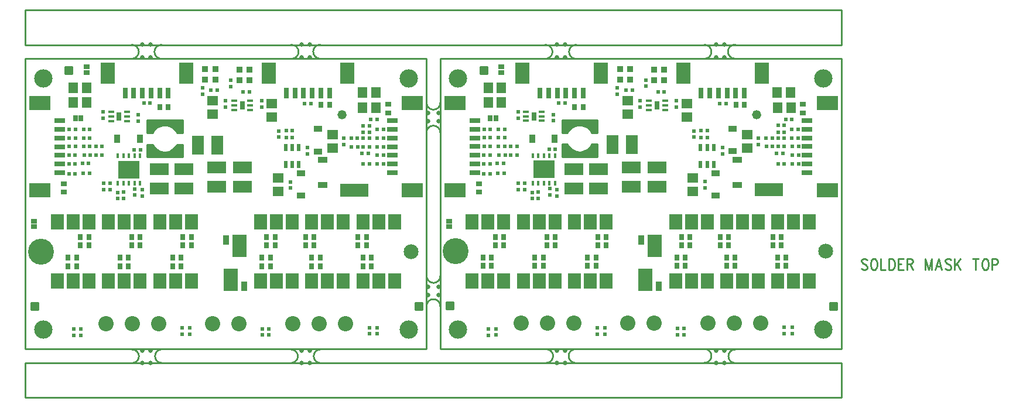
<source format=gbr>
*
%LPD*%
%LN2FOC-SMT*%
%FSLAX24Y24*%
%MOIN*%
%SRX1Y1I0.0J0.0*%
%AD*%
%ADD13C,0.010000*%
%ADD56C,0.009130*%
%ADD83C,0.104360*%
%ADD84R,0.026000X0.037000*%
%ADD85R,0.037000X0.026000*%
%ADD86C,0.042000*%
%ADD87C,0.147670*%
%ADD88C,0.084680*%
%ADD89R,0.023650X0.023650*%
%ADD90R,0.054000X0.062000*%
%ADD91R,0.162000X0.078000*%
%ADD92R,0.034000X0.034000*%
%ADD93R,0.081920X0.127200*%
%ADD94R,0.031920X0.057120*%
%ADD95R,0.077000X0.086000*%
%ADD96R,0.062000X0.054000*%
%ADD97R,0.033500X0.013810*%
%ADD98R,0.031530X0.049240*%
%ADD99R,0.108000X0.065000*%
%ADD100R,0.065000X0.108000*%
%ADD101R,0.021690X0.021690*%
%ADD102R,0.050030X0.037830*%
%ADD103R,0.037830X0.050030*%
%ADD104R,0.053180X0.037430*%
%ADD105R,0.017750X0.025620*%
%ADD106R,0.120110X0.104360*%
%ADD107R,0.022870X0.043340*%
%ADD108C,0.052000*%
%ADD109R,0.064990X0.029560*%
%ADD110R,0.120110X0.084680*%
%ADD111R,0.029560X0.064990*%
%ADD112R,0.084680X0.120110*%
%ADD113C,0.025620*%
%ADD114C,0.087000*%
G54D13*
G1X7949Y26153D2*
G1X8349Y26150D1*
G1X8349Y25753D1*
G1X7949Y25753D1*
G1X7949Y26153D1*
G1X27871Y12727D2*
G1X28271Y12725D1*
G1X28271Y12328D1*
G1X27871Y12328D1*
G1X27871Y12727D1*
G1X6020Y12747D2*
G1X6420Y12745D1*
G1X6420Y12347D1*
G1X6020Y12347D1*
G1X6020Y12747D1*
G1X7968Y25753D2*
G1X8349Y26134D1*
G1X8095Y25753D2*
G1X8349Y26007D1*
G1X8222Y25753D2*
G1X8349Y25880D1*
G1X7949Y25862D2*
G1X8238Y26151D1*
G1X7949Y25989D2*
G1X8112Y26152D1*
G1X7949Y26116D2*
G1X7985Y26152D1*
G1X27889Y12328D2*
G1X28271Y12709D1*
G1X28016Y12328D2*
G1X28271Y12582D1*
G1X28144Y12328D2*
G1X28271Y12455D1*
G1X27871Y12437D2*
G1X28160Y12726D1*
G1X27871Y12564D2*
G1X28033Y12726D1*
G1X27871Y12691D2*
G1X27907Y12727D1*
G1X6039Y12347D2*
G1X6420Y12729D1*
G1X6166Y12347D2*
G1X6420Y12602D1*
G1X6293Y12347D2*
G1X6420Y12474D1*
G1X6020Y12456D2*
G1X6309Y12745D1*
G1X6020Y12584D2*
G1X6183Y12746D1*
G1X6020Y12711D2*
G1X6056Y12747D1*
G1X5689Y10087D2*
G1X28523Y10087D1*
G1X28523Y26622D1*
G1X5689Y26622D1*
G1X5689Y10087D1*
G1X11729Y26620D2*
G75*
G3X11730Y27420I17J400D1*
G74*
G1X13453Y27415D2*
G75*
G3X13452Y26615I-17J-400D1*
G74*
G1X20824Y26616D2*
G75*
G3X20825Y27416I17J400D1*
G74*
G1X22490Y27422D2*
G75*
G3X22489Y26622I-17J-400D1*
G74*
G1X11751Y9287D2*
G75*
G3X11752Y10064I16J388D1*
G74*
G1X13473Y10075D2*
G75*
G3X13472Y9296I-16J-390D1*
G74*
G1X20797Y9292D2*
G75*
G3X20797Y10068I15J388D1*
G74*
G1X22505Y10071D2*
G75*
G3X22504Y9292I-16J-390D1*
G74*
G1X29305Y12527D2*
G75*
G3X28529Y12528I-388J16D1*
G74*
G1X28530Y14263D2*
G75*
G3X29309Y14262I390J-16D1*
G74*
G1X5682Y29383D2*
G1X52139Y29383D1*
G1X52139Y27415D1*
G1X5682Y27415D1*
G1X5682Y29383D1*
G1X29304Y10092D2*
G1X52139Y10092D1*
G1X52139Y26627D1*
G1X29304Y26627D1*
G1X29304Y10092D1*
G1X5682Y9304D2*
G1X52139Y9304D1*
G1X52139Y7336D1*
G1X5682Y7336D1*
G1X5682Y9304D1*
G1X29304Y22409D2*
G75*
G3X28528Y22410I-388J16D1*
G74*
G1X28530Y24125D2*
G75*
G3X29309Y24124I390J-16D1*
G74*
G1X37050Y27414D2*
G75*
G3X37049Y26614I-17J-400D1*
G74*
G1X35278Y26617D2*
G75*
G3X35279Y27417I17J400D1*
G74*
G1X44328Y26617D2*
G75*
G3X44329Y27417I17J400D1*
G74*
G1X46098Y27426D2*
G75*
G3X46097Y26626I-17J-400D1*
G74*
G1X46114Y10066D2*
G75*
G3X46114Y9287I-16J-390D1*
G74*
G1X44341Y9311D2*
G75*
G3X44341Y10087I16J388D1*
G74*
G1X37019Y10085D2*
G75*
G3X37018Y9306I-16J-390D1*
G74*
G1X35329Y9303D2*
G75*
G3X35330Y10080I16J388D1*
G74*
G1X12614Y21028D2*
G54D56*
G1X14629Y21028D1*
G1X14629Y21744D1*
G1X14307Y21744D1*
G1X14307Y21740D1*
G1X14303Y21724D1*
G1X14264Y21649D1*
G1X14157Y21520D1*
G1X14023Y21417D1*
G1X13871Y21345D1*
G1X13706Y21309D1*
G1X13537Y21309D1*
G1X13373Y21345D1*
G1X13220Y21417D1*
G1X13087Y21520D1*
G1X12979Y21649D1*
G1X12940Y21724D1*
G1X12937Y21740D1*
G1X12937Y21744D1*
G1X12614Y21744D1*
G1X12614Y21028D1*
G1X12617Y21028D2*
G1X12617Y21744D1*
G1X12663Y21028D2*
G1X12663Y21744D1*
G1X12709Y21028D2*
G1X12709Y21744D1*
G1X12754Y21028D2*
G1X12754Y21744D1*
G1X12800Y21028D2*
G1X12800Y21744D1*
G1X12846Y21028D2*
G1X12846Y21744D1*
G1X12891Y21028D2*
G1X12891Y21744D1*
G1X12937Y21028D2*
G1X12937Y21738D1*
G1X12983Y21028D2*
G1X12983Y21645D1*
G1X13028Y21028D2*
G1X13028Y21590D1*
G1X13074Y21028D2*
G1X13074Y21535D1*
G1X13120Y21028D2*
G1X13120Y21494D1*
G1X13165Y21028D2*
G1X13165Y21459D1*
G1X13211Y21028D2*
G1X13211Y21424D1*
G1X13257Y21028D2*
G1X13257Y21400D1*
G1X13302Y21028D2*
G1X13302Y21378D1*
G1X13348Y21028D2*
G1X13348Y21357D1*
G1X13394Y21028D2*
G1X13394Y21341D1*
G1X13439Y21028D2*
G1X13439Y21330D1*
G1X13485Y21028D2*
G1X13485Y21320D1*
G1X13530Y21028D2*
G1X13530Y21310D1*
G1X13576Y21028D2*
G1X13576Y21309D1*
G1X13622Y21028D2*
G1X13622Y21309D1*
G1X13667Y21028D2*
G1X13667Y21309D1*
G1X13713Y21028D2*
G1X13713Y21310D1*
G1X13759Y21028D2*
G1X13759Y21320D1*
G1X13804Y21028D2*
G1X13804Y21330D1*
G1X13850Y21028D2*
G1X13850Y21341D1*
G1X13896Y21028D2*
G1X13896Y21357D1*
G1X13941Y21028D2*
G1X13941Y21378D1*
G1X13987Y21028D2*
G1X13987Y21400D1*
G1X14033Y21028D2*
G1X14033Y21424D1*
G1X14078Y21028D2*
G1X14078Y21459D1*
G1X14124Y21028D2*
G1X14124Y21494D1*
G1X14170Y21028D2*
G1X14170Y21535D1*
G1X14215Y21028D2*
G1X14215Y21590D1*
G1X14261Y21028D2*
G1X14261Y21645D1*
G1X14307Y21028D2*
G1X14307Y21738D1*
G1X14352Y21028D2*
G1X14352Y21744D1*
G1X14398Y21028D2*
G1X14398Y21744D1*
G1X14443Y21028D2*
G1X14443Y21744D1*
G1X14489Y21028D2*
G1X14489Y21744D1*
G1X14535Y21028D2*
G1X14535Y21744D1*
G1X14580Y21028D2*
G1X14580Y21744D1*
G1X14626Y21028D2*
G1X14626Y21744D1*
G1X12614Y22406D2*
G1X12937Y22406D1*
G1X12937Y22410D1*
G1X12940Y22426D1*
G1X12979Y22501D1*
G1X13087Y22630D1*
G1X13220Y22733D1*
G1X13373Y22805D1*
G1X13537Y22841D1*
G1X13706Y22841D1*
G1X13871Y22805D1*
G1X14023Y22733D1*
G1X14157Y22630D1*
G1X14264Y22501D1*
G1X14303Y22426D1*
G1X14307Y22410D1*
G1X14307Y22406D1*
G1X14629Y22406D1*
G1X14629Y23122D1*
G1X12614Y23122D1*
G1X12614Y22406D1*
G1X12617Y22406D2*
G1X12617Y23122D1*
G1X12663Y22406D2*
G1X12663Y23122D1*
G1X12709Y22406D2*
G1X12709Y23122D1*
G1X12754Y22406D2*
G1X12754Y23122D1*
G1X12800Y22406D2*
G1X12800Y23122D1*
G1X12846Y22406D2*
G1X12846Y23122D1*
G1X12891Y22406D2*
G1X12891Y23122D1*
G1X12937Y22412D2*
G1X12937Y23122D1*
G1X12983Y22505D2*
G1X12983Y23122D1*
G1X13028Y22560D2*
G1X13028Y23122D1*
G1X13074Y22615D2*
G1X13074Y23122D1*
G1X13120Y22655D2*
G1X13120Y23122D1*
G1X13165Y22691D2*
G1X13165Y23122D1*
G1X13211Y22726D2*
G1X13211Y23122D1*
G1X13257Y22750D2*
G1X13257Y23122D1*
G1X13302Y22772D2*
G1X13302Y23122D1*
G1X13348Y22793D2*
G1X13348Y23122D1*
G1X13394Y22809D2*
G1X13394Y23122D1*
G1X13439Y22819D2*
G1X13439Y23122D1*
G1X13485Y22830D2*
G1X13485Y23122D1*
G1X13530Y22840D2*
G1X13530Y23122D1*
G1X13576Y22841D2*
G1X13576Y23122D1*
G1X13622Y22841D2*
G1X13622Y23122D1*
G1X13667Y22841D2*
G1X13667Y23122D1*
G1X13713Y22840D2*
G1X13713Y23122D1*
G1X13759Y22830D2*
G1X13759Y23122D1*
G1X13804Y22819D2*
G1X13804Y23122D1*
G1X13850Y22809D2*
G1X13850Y23122D1*
G1X13896Y22793D2*
G1X13896Y23122D1*
G1X13941Y22772D2*
G1X13941Y23122D1*
G1X13987Y22750D2*
G1X13987Y23122D1*
G1X14033Y22726D2*
G1X14033Y23122D1*
G1X14078Y22691D2*
G1X14078Y23122D1*
G1X14124Y22655D2*
G1X14124Y23122D1*
G1X14170Y22615D2*
G1X14170Y23122D1*
G1X14215Y22560D2*
G1X14215Y23122D1*
G1X14261Y22505D2*
G1X14261Y23122D1*
G1X14307Y22412D2*
G1X14307Y23122D1*
G1X14352Y22406D2*
G1X14352Y23122D1*
G1X14398Y22406D2*
G1X14398Y23122D1*
G1X14443Y22406D2*
G1X14443Y23122D1*
G1X14489Y22406D2*
G1X14489Y23122D1*
G1X14535Y22406D2*
G1X14535Y23122D1*
G1X14580Y22406D2*
G1X14580Y23122D1*
G1X14626Y22406D2*
G1X14626Y23122D1*
G54D83*
G1X6706Y11204D3*
G1X27506Y11204D3*
G1X6706Y25504D3*
G1X27506Y25504D3*
G54D84*
G1X8858Y23236D3*
G1X8543Y23236D3*
G1X8606Y14811D3*
G1X8126Y14811D3*
G1X11559Y14811D3*
G1X11079Y14811D3*
G1X14551Y15284D3*
G1X14071Y15284D3*
G1X8819Y15992D3*
G1X9299Y15992D3*
G1X11748Y16473D3*
G1X12228Y16473D3*
G1X14661Y16473D3*
G1X15141Y16473D3*
G1X14661Y15992D3*
G1X15141Y15992D3*
G1X8606Y15284D3*
G1X8126Y15284D3*
G1X11559Y15284D3*
G1X11079Y15284D3*
G1X14551Y14811D3*
G1X14071Y14811D3*
G1X8819Y16473D3*
G1X9299Y16473D3*
G1X11748Y15992D3*
G1X12228Y15992D3*
G1X19629Y14811D3*
G1X19149Y14811D3*
G1X22464Y14811D3*
G1X21984Y14811D3*
G1X25378Y14811D3*
G1X24898Y14811D3*
G1X19425Y16465D3*
G1X19905Y16465D3*
G1X21630Y16465D3*
G1X22110Y16465D3*
G1X24622Y16465D3*
G1X25102Y16465D3*
G1X19425Y15992D3*
G1X19905Y15992D3*
G1X19629Y15284D3*
G1X19149Y15284D3*
G1X22464Y15284D3*
G1X21984Y15284D3*
G1X21630Y15992D3*
G1X22110Y15992D3*
G1X25378Y15284D3*
G1X24898Y15284D3*
G1X24622Y15992D3*
G1X25102Y15992D3*
G1X22996Y23984D3*
G1X22516Y23984D3*
G1X13822Y23866D3*
G1X13342Y23866D3*
G54D85*
G1X6181Y17055D3*
G1X6181Y17370D3*
G1X7893Y19500D3*
G1X7893Y19020D3*
G1X26338Y23538D3*
G1X26338Y24018D3*
G1X9173Y26150D3*
G1X9173Y25835D3*
G54D86*
G1X8149Y25953D3*
G1X28071Y12528D3*
G1X6220Y12547D3*
G54D87*
G1X6575Y15648D3*
G54D88*
G1X27638Y15648D3*
G54D89*
G1X9350Y22587D3*
G1X8996Y22587D3*
G1X9350Y21622D3*
G1X8996Y21622D3*
G1X9389Y21130D3*
G1X9035Y21130D3*
G1X9330Y20087D3*
G1X8976Y20087D3*
G1X8543Y22114D3*
G1X8189Y22114D3*
G1X8543Y21622D3*
G1X8189Y21622D3*
G1X8523Y21130D3*
G1X8169Y21130D3*
G1X8523Y20618D3*
G1X8169Y20618D3*
G1X9291Y20658D3*
G1X8937Y20658D3*
G1X9350Y22114D3*
G1X8996Y22114D3*
G1X8189Y22587D3*
G1X8543Y22587D3*
G1X8169Y20067D3*
G1X8523Y20067D3*
G1X24921Y22440D3*
G1X25275Y22440D3*
G1X24842Y21239D3*
G1X25197Y21239D3*
G1X26082Y20629D3*
G1X25728Y20629D3*
G1X24921Y22814D3*
G1X25275Y22814D3*
G1X9704Y21622D3*
G1X10059Y21622D3*
G1X24586Y22105D3*
G1X24232Y22105D3*
G1X25708Y22597D3*
G1X26063Y22597D3*
G1X25728Y21121D3*
G1X26082Y21121D3*
G1X25728Y21613D3*
G1X26082Y21613D3*
G1X25708Y22105D3*
G1X26063Y22105D3*
G1X25275Y20629D3*
G1X24921Y20629D3*
G1X25275Y21613D3*
G1X24921Y21613D3*
G1X25275Y22105D3*
G1X24921Y22105D3*
G1X25708Y23168D3*
G1X25354Y23168D3*
G1X9704Y21130D3*
G1X10059Y21130D3*
G1X24606Y21613D3*
G1X24252Y21613D3*
G1X17067Y23866D3*
G1X17067Y24221D3*
G1X17382Y25402D3*
G1X17382Y25047D3*
G1X18090Y24723D3*
G1X18445Y24723D3*
G1X15767Y24949D3*
G1X15767Y24595D3*
G1X16614Y24831D3*
G1X16260Y24831D3*
G1X12795Y24083D3*
G1X12441Y24083D3*
G1X21949Y24063D3*
G1X21594Y24063D3*
G1X14622Y11295D3*
G1X14622Y10941D3*
G1X8862Y10878D3*
G1X8862Y11232D3*
G1X15055Y10941D3*
G1X15055Y11295D3*
G1X23799Y22095D3*
G1X23799Y21740D3*
G1X20767Y19260D3*
G1X20767Y19614D3*
G1X25267Y11311D3*
G1X25267Y10957D3*
G1X19185Y11248D3*
G1X19185Y10894D3*
G1X25720Y10957D3*
G1X25720Y11311D3*
G1X19559Y10894D3*
G1X19559Y11248D3*
G1X19134Y23866D3*
G1X19134Y24221D3*
G1X12126Y23433D3*
G1X12126Y23079D3*
G1X10118Y23236D3*
G1X10118Y23591D3*
G1X11279Y18669D3*
G1X11279Y19024D3*
G1X12244Y21445D3*
G1X11889Y21445D3*
G1X11913Y19213D3*
G1X11913Y18858D3*
G1X10945Y18650D3*
G1X10945Y19004D3*
G1X10138Y19516D3*
G1X10138Y19162D3*
G1X10512Y19516D3*
G1X10512Y19162D3*
G1X12342Y19162D3*
G1X12342Y18807D3*
G1X21752Y21209D3*
G1X21752Y21563D3*
G1X8433Y11229D3*
G1X8433Y10874D3*
G1X20531Y22528D3*
G1X20886Y22528D3*
G1X20118Y22154D3*
G1X20118Y22508D3*
G1X20531Y22134D3*
G1X20886Y22134D3*
G54D90*
G1X8419Y24122D3*
G1X9179Y24122D3*
G1X25636Y24684D3*
G1X24876Y24684D3*
G1X25655Y23837D3*
G1X24895Y23837D3*
G1X8419Y24969D3*
G1X9179Y24969D3*
G54D91*
G1X24409Y19146D3*
G54D92*
G1X18445Y25997D3*
G1X18445Y25397D3*
G1X17874Y25397D3*
G1X17874Y25997D3*
G1X16496Y26036D3*
G1X16496Y25436D3*
G1X15925Y25436D3*
G1X15925Y26036D3*
G54D93*
G1X17371Y14018D3*
G1X17891Y15958D3*
G54D94*
G1X18140Y13666D3*
G1X17121Y16310D3*
G54D95*
G1X7505Y13955D3*
G1X8405Y13955D3*
G1X9305Y13955D3*
G1X20880Y17341D3*
G1X19980Y17341D3*
G1X19080Y17341D3*
G1X23793Y17341D3*
G1X22893Y17341D3*
G1X21993Y17341D3*
G1X26707Y17341D3*
G1X25807Y17341D3*
G1X24907Y17341D3*
G1X10419Y13955D3*
G1X11319Y13955D3*
G1X12219Y13955D3*
G1X13332Y13955D3*
G1X14232Y13955D3*
G1X15132Y13955D3*
G1X9305Y17341D3*
G1X8405Y17341D3*
G1X7505Y17341D3*
G1X12219Y17341D3*
G1X11319Y17341D3*
G1X10419Y17341D3*
G1X15132Y17341D3*
G1X14232Y17341D3*
G1X13332Y17341D3*
G1X19080Y13955D3*
G1X19980Y13955D3*
G1X20880Y13955D3*
G1X21993Y13955D3*
G1X22893Y13955D3*
G1X23793Y13955D3*
G1X24907Y13955D3*
G1X25807Y13955D3*
G1X26707Y13955D3*
G54D96*
G1X16358Y23467D3*
G1X16358Y24227D3*
G1X19724Y23309D3*
G1X19724Y24069D3*
G1X20078Y19057D3*
G1X20078Y19817D3*
G1X23169Y22297D3*
G1X23169Y21537D3*
G54D97*
G1X17578Y24221D3*
G1X17578Y23965D3*
G1X17578Y23709D3*
G1X18484Y23709D3*
G1X18484Y23965D3*
G1X18484Y24221D3*
G1X10571Y23591D3*
G1X10571Y23335D3*
G1X10571Y23079D3*
G1X11476Y23079D3*
G1X11476Y23335D3*
G1X11476Y23591D3*
G54D98*
G1X18031Y23965D3*
G1X11023Y23335D3*
G54D99*
G1X13307Y20341D3*
G1X13307Y19241D3*
G1X18043Y19340D3*
G1X18043Y20440D3*
G1X16567Y19320D3*
G1X16567Y20420D3*
G1X14704Y19241D3*
G1X14704Y20341D3*
G54D100*
G1X15513Y21711D3*
G1X16613Y21711D3*
G54D101*
G1X13622Y21169D3*
G1X13622Y22980D3*
G54D102*
G1X21378Y18817D3*
G1X21378Y20105D3*
G1X22342Y21347D3*
G1X22342Y22634D3*
G54D103*
G1X10925Y22075D3*
G1X12212Y22075D3*
G54D104*
G1X22598Y19437D3*
G1X22598Y20854D3*
G54D105*
G1X12218Y21099D3*
G1X11903Y21099D3*
G1X11588Y21099D3*
G1X11274Y21099D3*
G1X10959Y21099D3*
G1X10959Y19524D3*
G1X11274Y19524D3*
G1X11588Y19524D3*
G1X11903Y19524D3*
G1X12218Y19524D3*
G54D106*
G1X11588Y20311D3*
G54D107*
G1X21260Y21573D3*
G1X20886Y21573D3*
G1X20512Y21573D3*
G1X20512Y20608D3*
G1X20886Y20608D3*
G1X21260Y20608D3*
G54D108*
G1X23700Y23424D3*
G54D109*
G1X26575Y20136D3*
G1X26575Y20628D3*
G1X26575Y21120D3*
G1X26575Y21612D3*
G1X26575Y22104D3*
G1X26575Y22597D3*
G1X26575Y23089D3*
G1X7657Y23089D3*
G1X7657Y22597D3*
G1X7657Y22104D3*
G1X7657Y21612D3*
G1X7657Y21120D3*
G1X7657Y20628D3*
G1X7657Y20136D3*
G54D110*
G1X27716Y24093D3*
G1X27716Y19132D3*
G1X6515Y19132D3*
G1X6515Y24093D3*
G54D111*
G1X13828Y24654D3*
G1X13336Y24654D3*
G1X12844Y24654D3*
G1X12352Y24654D3*
G1X11860Y24654D3*
G1X11368Y24654D3*
G1X23002Y24654D3*
G1X22510Y24654D3*
G1X22017Y24654D3*
G1X21525Y24654D3*
G1X21033Y24654D3*
G1X20541Y24654D3*
G54D112*
G1X14832Y25795D3*
G1X10364Y25795D3*
G1X24006Y25795D3*
G1X19537Y25795D3*
G54D113*
G1X12348Y26711D3*
G1X12348Y9999D3*
G1X12348Y9308D3*
G1X12821Y9308D3*
G1X21876Y9999D3*
G1X21403Y9999D3*
G1X21403Y9308D3*
G1X21876Y9308D3*
G1X28622Y13157D3*
G1X28622Y13629D3*
G1X29212Y13157D3*
G1X12821Y27419D3*
G1X29212Y13629D3*
G1X28622Y23057D3*
G1X28622Y23529D3*
G1X29212Y23057D3*
G1X29212Y23529D3*
G1X35948Y27419D3*
G1X36421Y27419D3*
G1X35948Y26711D3*
G1X36421Y26711D3*
G1X45003Y27419D3*
G1X12348Y27419D3*
G1X45476Y27419D3*
G1X45003Y26711D3*
G1X45476Y26711D3*
G1X35948Y9999D3*
G1X36421Y9999D3*
G1X36421Y9308D3*
G1X35948Y9308D3*
G1X45003Y9999D3*
G1X45476Y9999D3*
G1X45003Y9308D3*
G1X12821Y26711D3*
G1X45476Y9308D3*
G1X21876Y27419D3*
G1X21403Y27419D3*
G1X21403Y26711D3*
G1X21876Y26711D3*
G1X12821Y9999D3*
G54D114*
G1X16356Y11543D3*
G1X17856Y11543D3*
G1X10291Y11543D3*
G1X11791Y11543D3*
G1X13291Y11543D3*
G1X20921Y11543D3*
G1X22421Y11543D3*
G1X23921Y11543D3*
G1X53605Y15149D2*
G54D13*
G1X53559Y15212D1*
G1X53491Y15243D1*
G1X53400Y15243D1*
G1X53332Y15212D1*
G1X53287Y15149D1*
G1X53287Y15087D1*
G1X53309Y15024D1*
G1X53332Y14993D1*
G1X53378Y14962D1*
G1X53514Y14899D1*
G1X53559Y14868D1*
G1X53582Y14837D1*
G1X53605Y14774D1*
G1X53605Y14681D1*
G1X53559Y14618D1*
G1X53491Y14587D1*
G1X53400Y14587D1*
G1X53332Y14618D1*
G1X53287Y14681D1*
G1X53946Y15243D2*
G1X53900Y15212D1*
G1X53855Y15149D1*
G1X53832Y15087D1*
G1X53809Y14993D1*
G1X53809Y14837D1*
G1X53832Y14743D1*
G1X53855Y14681D1*
G1X53900Y14618D1*
G1X53946Y14587D1*
G1X54037Y14587D1*
G1X54082Y14618D1*
G1X54128Y14681D1*
G1X54150Y14743D1*
G1X54173Y14837D1*
G1X54173Y14993D1*
G1X54150Y15087D1*
G1X54128Y15149D1*
G1X54082Y15212D1*
G1X54037Y15243D1*
G1X53946Y15243D1*
G1X54378Y15243D2*
G1X54378Y14587D1*
G1X54650Y14587D1*
G1X54855Y15243D2*
G1X54855Y14587D1*
G1X54855Y15243D2*
G1X55014Y15243D1*
G1X55082Y15212D1*
G1X55128Y15149D1*
G1X55150Y15087D1*
G1X55173Y14993D1*
G1X55173Y14837D1*
G1X55150Y14743D1*
G1X55128Y14681D1*
G1X55082Y14618D1*
G1X55014Y14587D1*
G1X54855Y14587D1*
G1X55378Y15243D2*
G1X55378Y14587D1*
G1X55378Y15243D2*
G1X55673Y15243D1*
G1X55378Y14931D2*
G1X55559Y14931D1*
G1X55378Y14587D2*
G1X55673Y14587D1*
G1X55878Y15243D2*
G1X55878Y14587D1*
G1X55878Y15243D2*
G1X56082Y15243D1*
G1X56150Y15212D1*
G1X56173Y15181D1*
G1X56196Y15118D1*
G1X56196Y15056D1*
G1X56173Y14993D1*
G1X56150Y14962D1*
G1X56082Y14931D1*
G1X55878Y14931D1*
G1X56037Y14931D2*
G1X56196Y14587D1*
G1X56923Y15243D2*
G1X56923Y14587D1*
G1X56923Y15243D2*
G1X57105Y14587D1*
G1X57287Y15243D1*
G1X57287Y14587D1*
G1X57673Y15243D2*
G1X57491Y14587D1*
G1X57673Y15243D2*
G1X57855Y14587D1*
G1X57559Y14806D2*
G1X57787Y14806D1*
G1X58378Y15149D2*
G1X58332Y15212D1*
G1X58264Y15243D1*
G1X58173Y15243D1*
G1X58105Y15212D1*
G1X58059Y15149D1*
G1X58059Y15087D1*
G1X58082Y15024D1*
G1X58105Y14993D1*
G1X58150Y14962D1*
G1X58287Y14899D1*
G1X58332Y14868D1*
G1X58355Y14837D1*
G1X58378Y14774D1*
G1X58378Y14681D1*
G1X58332Y14618D1*
G1X58264Y14587D1*
G1X58173Y14587D1*
G1X58105Y14618D1*
G1X58059Y14681D1*
G1X58582Y15243D2*
G1X58582Y14587D1*
G1X58900Y15243D2*
G1X58582Y14806D1*
G1X58696Y14962D2*
G1X58900Y14587D1*
G1X59787Y15243D2*
G1X59787Y14587D1*
G1X59628Y15243D2*
G1X59946Y15243D1*
G1X60287Y15243D2*
G1X60241Y15212D1*
G1X60196Y15149D1*
G1X60173Y15087D1*
G1X60150Y14993D1*
G1X60150Y14837D1*
G1X60173Y14743D1*
G1X60196Y14681D1*
G1X60241Y14618D1*
G1X60287Y14587D1*
G1X60378Y14587D1*
G1X60423Y14618D1*
G1X60469Y14681D1*
G1X60491Y14743D1*
G1X60514Y14837D1*
G1X60514Y14993D1*
G1X60491Y15087D1*
G1X60469Y15149D1*
G1X60423Y15212D1*
G1X60378Y15243D1*
G1X60287Y15243D1*
G1X60719Y15243D2*
G1X60719Y14587D1*
G1X60719Y15243D2*
G1X60923Y15243D1*
G1X60991Y15212D1*
G1X61014Y15181D1*
G1X61037Y15118D1*
G1X61037Y15024D1*
G1X61014Y14962D1*
G1X60991Y14931D1*
G1X60923Y14899D1*
G1X60719Y14899D1*
G1X31565Y26158D2*
G1X31965Y26156D1*
G1X31965Y25758D1*
G1X31565Y25758D1*
G1X31565Y26158D1*
G1X51486Y12733D2*
G1X51886Y12730D1*
G1X51886Y12333D1*
G1X51486Y12333D1*
G1X51486Y12733D1*
G1X29636Y12753D2*
G1X30036Y12750D1*
G1X30036Y12353D1*
G1X29636Y12353D1*
G1X29636Y12753D1*
G1X31583Y25758D2*
G1X31965Y26140D1*
G1X31711Y25758D2*
G1X31965Y26013D1*
G1X31838Y25758D2*
G1X31965Y25885D1*
G1X31565Y25867D2*
G1X31854Y26156D1*
G1X31565Y25994D2*
G1X31727Y26157D1*
G1X31565Y26122D2*
G1X31601Y26158D1*
G1X51505Y12333D2*
G1X51886Y12715D1*
G1X51632Y12333D2*
G1X51886Y12587D1*
G1X51759Y12333D2*
G1X51886Y12460D1*
G1X51486Y12442D2*
G1X51775Y12731D1*
G1X51486Y12569D2*
G1X51649Y12732D1*
G1X51486Y12697D2*
G1X51522Y12733D1*
G1X29654Y12353D2*
G1X30036Y12734D1*
G1X29781Y12353D2*
G1X30036Y12607D1*
G1X29909Y12353D2*
G1X30036Y12480D1*
G1X29636Y12462D2*
G1X29925Y12751D1*
G1X29636Y12589D2*
G1X29798Y12752D1*
G1X29636Y12716D2*
G1X29672Y12752D1*
G1X29304Y10092D2*
G1X52139Y10092D1*
G1X52139Y26628D1*
G1X29304Y26628D1*
G1X29304Y10092D1*
G1X36230Y21033D2*
G54D56*
G1X38245Y21033D1*
G1X38245Y21749D1*
G1X37923Y21749D1*
G1X37923Y21746D1*
G1X37919Y21729D1*
G1X37880Y21655D1*
G1X37772Y21525D1*
G1X37639Y21422D1*
G1X37486Y21351D1*
G1X37322Y21314D1*
G1X37153Y21314D1*
G1X36988Y21351D1*
G1X36836Y21422D1*
G1X36702Y21525D1*
G1X36595Y21655D1*
G1X36556Y21729D1*
G1X36552Y21746D1*
G1X36552Y21749D1*
G1X36230Y21749D1*
G1X36230Y21033D1*
G1X36233Y21033D2*
G1X36233Y21749D1*
G1X36279Y21033D2*
G1X36279Y21749D1*
G1X36324Y21033D2*
G1X36324Y21749D1*
G1X36370Y21033D2*
G1X36370Y21749D1*
G1X36416Y21033D2*
G1X36416Y21749D1*
G1X36461Y21033D2*
G1X36461Y21749D1*
G1X36507Y21033D2*
G1X36507Y21749D1*
G1X36553Y21033D2*
G1X36553Y21744D1*
G1X36598Y21033D2*
G1X36598Y21650D1*
G1X36644Y21033D2*
G1X36644Y21595D1*
G1X36689Y21033D2*
G1X36689Y21541D1*
G1X36735Y21033D2*
G1X36735Y21500D1*
G1X36781Y21033D2*
G1X36781Y21465D1*
G1X36826Y21033D2*
G1X36826Y21429D1*
G1X36872Y21033D2*
G1X36872Y21405D1*
G1X36918Y21033D2*
G1X36918Y21384D1*
G1X36963Y21033D2*
G1X36963Y21362D1*
G1X37009Y21033D2*
G1X37009Y21346D1*
G1X37055Y21033D2*
G1X37055Y21336D1*
G1X37100Y21033D2*
G1X37100Y21326D1*
G1X37146Y21033D2*
G1X37146Y21316D1*
G1X37192Y21033D2*
G1X37192Y21314D1*
G1X37237Y21033D2*
G1X37237Y21314D1*
G1X37283Y21033D2*
G1X37283Y21314D1*
G1X37329Y21033D2*
G1X37329Y21316D1*
G1X37374Y21033D2*
G1X37374Y21326D1*
G1X37420Y21033D2*
G1X37420Y21336D1*
G1X37466Y21033D2*
G1X37466Y21346D1*
G1X37511Y21033D2*
G1X37511Y21362D1*
G1X37557Y21033D2*
G1X37557Y21384D1*
G1X37602Y21033D2*
G1X37602Y21405D1*
G1X37648Y21033D2*
G1X37648Y21429D1*
G1X37694Y21033D2*
G1X37694Y21465D1*
G1X37739Y21033D2*
G1X37739Y21500D1*
G1X37785Y21033D2*
G1X37785Y21541D1*
G1X37831Y21033D2*
G1X37831Y21595D1*
G1X37876Y21033D2*
G1X37876Y21650D1*
G1X37922Y21033D2*
G1X37922Y21744D1*
G1X37968Y21033D2*
G1X37968Y21749D1*
G1X38013Y21033D2*
G1X38013Y21749D1*
G1X38059Y21033D2*
G1X38059Y21749D1*
G1X38105Y21033D2*
G1X38105Y21749D1*
G1X38150Y21033D2*
G1X38150Y21749D1*
G1X38196Y21033D2*
G1X38196Y21749D1*
G1X38242Y21033D2*
G1X38242Y21749D1*
G1X36230Y22411D2*
G1X36552Y22411D1*
G1X36552Y22415D1*
G1X36556Y22431D1*
G1X36595Y22506D1*
G1X36702Y22636D1*
G1X36836Y22739D1*
G1X36988Y22810D1*
G1X37153Y22847D1*
G1X37322Y22847D1*
G1X37486Y22810D1*
G1X37639Y22739D1*
G1X37772Y22636D1*
G1X37880Y22506D1*
G1X37919Y22431D1*
G1X37923Y22415D1*
G1X37923Y22411D1*
G1X38245Y22411D1*
G1X38245Y23127D1*
G1X36230Y23127D1*
G1X36230Y22411D1*
G1X36233Y22411D2*
G1X36233Y23127D1*
G1X36279Y22411D2*
G1X36279Y23127D1*
G1X36324Y22411D2*
G1X36324Y23127D1*
G1X36370Y22411D2*
G1X36370Y23127D1*
G1X36416Y22411D2*
G1X36416Y23127D1*
G1X36461Y22411D2*
G1X36461Y23127D1*
G1X36507Y22411D2*
G1X36507Y23127D1*
G1X36553Y22417D2*
G1X36553Y23127D1*
G1X36598Y22511D2*
G1X36598Y23127D1*
G1X36644Y22565D2*
G1X36644Y23127D1*
G1X36689Y22620D2*
G1X36689Y23127D1*
G1X36735Y22661D2*
G1X36735Y23127D1*
G1X36781Y22696D2*
G1X36781Y23127D1*
G1X36826Y22731D2*
G1X36826Y23127D1*
G1X36872Y22756D2*
G1X36872Y23127D1*
G1X36918Y22777D2*
G1X36918Y23127D1*
G1X36963Y22798D2*
G1X36963Y23127D1*
G1X37009Y22815D2*
G1X37009Y23127D1*
G1X37055Y22825D2*
G1X37055Y23127D1*
G1X37100Y22835D2*
G1X37100Y23127D1*
G1X37146Y22845D2*
G1X37146Y23127D1*
G1X37192Y22847D2*
G1X37192Y23127D1*
G1X37237Y22847D2*
G1X37237Y23127D1*
G1X37283Y22847D2*
G1X37283Y23127D1*
G1X37329Y22845D2*
G1X37329Y23127D1*
G1X37374Y22835D2*
G1X37374Y23127D1*
G1X37420Y22825D2*
G1X37420Y23127D1*
G1X37466Y22815D2*
G1X37466Y23127D1*
G1X37511Y22798D2*
G1X37511Y23127D1*
G1X37557Y22777D2*
G1X37557Y23127D1*
G1X37602Y22756D2*
G1X37602Y23127D1*
G1X37648Y22731D2*
G1X37648Y23127D1*
G1X37694Y22696D2*
G1X37694Y23127D1*
G1X37739Y22661D2*
G1X37739Y23127D1*
G1X37785Y22620D2*
G1X37785Y23127D1*
G1X37831Y22565D2*
G1X37831Y23127D1*
G1X37876Y22511D2*
G1X37876Y23127D1*
G1X37922Y22417D2*
G1X37922Y23127D1*
G1X37968Y22411D2*
G1X37968Y23127D1*
G1X38013Y22411D2*
G1X38013Y23127D1*
G1X38059Y22411D2*
G1X38059Y23127D1*
G1X38105Y22411D2*
G1X38105Y23127D1*
G1X38150Y22411D2*
G1X38150Y23127D1*
G1X38196Y22411D2*
G1X38196Y23127D1*
G1X38242Y22411D2*
G1X38242Y23127D1*
G54D83*
G1X30322Y11210D3*
G1X51122Y11210D3*
G1X30322Y25510D3*
G1X51122Y25510D3*
G54D84*
G1X32473Y23242D3*
G1X32158Y23242D3*
G1X32221Y14817D3*
G1X31741Y14817D3*
G1X35174Y14817D3*
G1X34694Y14817D3*
G1X38166Y15289D3*
G1X37686Y15289D3*
G1X32434Y15998D3*
G1X32914Y15998D3*
G1X35363Y16478D3*
G1X35843Y16478D3*
G1X38277Y16478D3*
G1X38757Y16478D3*
G1X38277Y15998D3*
G1X38757Y15998D3*
G1X32221Y15289D3*
G1X31741Y15289D3*
G1X35174Y15289D3*
G1X34694Y15289D3*
G1X38166Y14817D3*
G1X37686Y14817D3*
G1X32434Y16478D3*
G1X32914Y16478D3*
G1X35363Y15998D3*
G1X35843Y15998D3*
G1X43245Y14817D3*
G1X42765Y14817D3*
G1X46080Y14817D3*
G1X45600Y14817D3*
G1X48993Y14817D3*
G1X48513Y14817D3*
G1X43041Y16470D3*
G1X43521Y16470D3*
G1X45245Y16470D3*
G1X45725Y16470D3*
G1X48237Y16470D3*
G1X48717Y16470D3*
G1X43041Y15998D3*
G1X43521Y15998D3*
G1X43245Y15289D3*
G1X42765Y15289D3*
G1X46080Y15289D3*
G1X45600Y15289D3*
G1X45245Y15998D3*
G1X45725Y15998D3*
G1X48993Y15289D3*
G1X48513Y15289D3*
G1X48237Y15998D3*
G1X48717Y15998D3*
G1X46611Y23990D3*
G1X46131Y23990D3*
G1X37438Y23872D3*
G1X36958Y23872D3*
G54D85*
G1X29796Y17061D3*
G1X29796Y17376D3*
G1X31509Y19505D3*
G1X31509Y19025D3*
G1X49954Y23544D3*
G1X49954Y24024D3*
G1X32788Y26155D3*
G1X32788Y25840D3*
G54D86*
G1X31765Y25958D3*
G1X51686Y12533D3*
G1X29836Y12553D3*
G54D87*
G1X30190Y15654D3*
G54D88*
G1X51253Y15654D3*
G54D89*
G1X32966Y22592D3*
G1X32611Y22592D3*
G1X32966Y21628D3*
G1X32611Y21628D3*
G1X33005Y21135D3*
G1X32651Y21135D3*
G1X32946Y20092D3*
G1X32592Y20092D3*
G1X32159Y22120D3*
G1X31804Y22120D3*
G1X32159Y21628D3*
G1X31804Y21628D3*
G1X32139Y21135D3*
G1X31785Y21135D3*
G1X32139Y20624D3*
G1X31785Y20624D3*
G1X32907Y20663D3*
G1X32552Y20663D3*
G1X32966Y22120D3*
G1X32611Y22120D3*
G1X31804Y22592D3*
G1X32159Y22592D3*
G1X31785Y20072D3*
G1X32139Y20072D3*
G1X48536Y22445D3*
G1X48891Y22445D3*
G1X48458Y21244D3*
G1X48812Y21244D3*
G1X49698Y20634D3*
G1X49344Y20634D3*
G1X48536Y22819D3*
G1X48891Y22819D3*
G1X33320Y21628D3*
G1X33674Y21628D3*
G1X48202Y22110D3*
G1X47847Y22110D3*
G1X49324Y22602D3*
G1X49678Y22602D3*
G1X49344Y21126D3*
G1X49698Y21126D3*
G1X49344Y21618D3*
G1X49698Y21618D3*
G1X49324Y22110D3*
G1X49678Y22110D3*
G1X48891Y20634D3*
G1X48536Y20634D3*
G1X48891Y21618D3*
G1X48536Y21618D3*
G1X48891Y22110D3*
G1X48536Y22110D3*
G1X49324Y23173D3*
G1X48970Y23173D3*
G1X33320Y21135D3*
G1X33674Y21135D3*
G1X48222Y21618D3*
G1X47867Y21618D3*
G1X40682Y23872D3*
G1X40682Y24226D3*
G1X40997Y25407D3*
G1X40997Y25053D3*
G1X41706Y24728D3*
G1X42060Y24728D3*
G1X39383Y24954D3*
G1X39383Y24600D3*
G1X40229Y24836D3*
G1X39875Y24836D3*
G1X36410Y24088D3*
G1X36056Y24088D3*
G1X45564Y24069D3*
G1X45210Y24069D3*
G1X38237Y11301D3*
G1X38237Y10947D3*
G1X32477Y10884D3*
G1X32477Y11238D3*
G1X38670Y10947D3*
G1X38670Y11301D3*
G1X47414Y22100D3*
G1X47414Y21746D3*
G1X44383Y19265D3*
G1X44383Y19620D3*
G1X48883Y11317D3*
G1X48883Y10962D3*
G1X42800Y11254D3*
G1X42800Y10899D3*
G1X49336Y10962D3*
G1X49336Y11317D3*
G1X43174Y10899D3*
G1X43174Y11254D3*
G1X42749Y23872D3*
G1X42749Y24226D3*
G1X35741Y23439D3*
G1X35741Y23084D3*
G1X33733Y23242D3*
G1X33733Y23596D3*
G1X34895Y18675D3*
G1X34895Y19029D3*
G1X35859Y21450D3*
G1X35505Y21450D3*
G1X35529Y19218D3*
G1X35529Y18864D3*
G1X34560Y18655D3*
G1X34560Y19009D3*
G1X33753Y19521D3*
G1X33753Y19167D3*
G1X34127Y19521D3*
G1X34127Y19167D3*
G1X35958Y19167D3*
G1X35958Y18813D3*
G1X45367Y21214D3*
G1X45367Y21569D3*
G1X32048Y11234D3*
G1X32048Y10880D3*
G1X44147Y22533D3*
G1X44501Y22533D3*
G1X43733Y22159D3*
G1X43733Y22513D3*
G1X44147Y22139D3*
G1X44501Y22139D3*
G54D90*
G1X32034Y24128D3*
G1X32794Y24128D3*
G1X49251Y24689D3*
G1X48491Y24689D3*
G1X49271Y23843D3*
G1X48511Y23843D3*
G1X32034Y24974D3*
G1X32794Y24974D3*
G54D91*
G1X48025Y19151D3*
G54D92*
G1X42060Y26002D3*
G1X42060Y25402D3*
G1X41489Y25402D3*
G1X41489Y26002D3*
G1X40111Y26042D3*
G1X40111Y25442D3*
G1X39540Y25442D3*
G1X39540Y26042D3*
G54D93*
G1X40986Y14024D3*
G1X41507Y15963D3*
G54D94*
G1X41756Y13671D3*
G1X40736Y16315D3*
G54D95*
G1X31121Y13961D3*
G1X32021Y13961D3*
G1X32921Y13961D3*
G1X44496Y17347D3*
G1X43596Y17347D3*
G1X42696Y17347D3*
G1X47409Y17347D3*
G1X46509Y17347D3*
G1X45609Y17347D3*
G1X50322Y17347D3*
G1X49422Y17347D3*
G1X48522Y17347D3*
G1X34034Y13961D3*
G1X34934Y13961D3*
G1X35834Y13961D3*
G1X36947Y13961D3*
G1X37847Y13961D3*
G1X38747Y13961D3*
G1X32921Y17347D3*
G1X32021Y17347D3*
G1X31121Y17347D3*
G1X35834Y17347D3*
G1X34934Y17347D3*
G1X34034Y17347D3*
G1X38747Y17347D3*
G1X37847Y17347D3*
G1X36947Y17347D3*
G1X42696Y13961D3*
G1X43596Y13961D3*
G1X44496Y13961D3*
G1X45609Y13961D3*
G1X46509Y13961D3*
G1X47409Y13961D3*
G1X48522Y13961D3*
G1X49422Y13961D3*
G1X50322Y13961D3*
G54D96*
G1X39973Y23472D3*
G1X39973Y24232D3*
G1X43340Y23315D3*
G1X43340Y24075D3*
G1X43694Y19063D3*
G1X43694Y19823D3*
G1X46785Y22303D3*
G1X46785Y21543D3*
G54D97*
G1X41194Y24226D3*
G1X41194Y23970D3*
G1X41194Y23714D3*
G1X42099Y23714D3*
G1X42099Y23970D3*
G1X42099Y24226D3*
G1X34186Y23596D3*
G1X34186Y23340D3*
G1X34186Y23084D3*
G1X35092Y23084D3*
G1X35092Y23340D3*
G1X35092Y23596D3*
G54D98*
G1X41647Y23970D3*
G1X34639Y23340D3*
G54D99*
G1X36922Y20347D3*
G1X36922Y19247D3*
G1X41659Y19345D3*
G1X41659Y20445D3*
G1X40182Y19326D3*
G1X40182Y20426D3*
G1X38320Y19247D3*
G1X38320Y20347D3*
G54D100*
G1X39128Y21717D3*
G1X40228Y21717D3*
G54D101*
G1X37237Y21175D3*
G1X37237Y22986D3*
G54D102*
G1X44993Y18823D3*
G1X44993Y20110D3*
G1X45958Y21352D3*
G1X45958Y22639D3*
G54D103*
G1X34540Y22080D3*
G1X35828Y22080D3*
G54D104*
G1X46214Y19443D3*
G1X46214Y20860D3*
G54D105*
G1X35834Y21104D3*
G1X35519Y21104D3*
G1X35204Y21104D3*
G1X34889Y21104D3*
G1X34574Y21104D3*
G1X34574Y19529D3*
G1X34889Y19529D3*
G1X35204Y19529D3*
G1X35519Y19529D3*
G1X35834Y19529D3*
G54D106*
G1X35204Y20317D3*
G54D107*
G1X44875Y21578D3*
G1X44501Y21578D3*
G1X44127Y21578D3*
G1X44127Y20614D3*
G1X44501Y20614D3*
G1X44875Y20614D3*
G54D108*
G1X47316Y23429D3*
G54D109*
G1X50190Y20141D3*
G1X50190Y20634D3*
G1X50190Y21126D3*
G1X50190Y21618D3*
G1X50190Y22110D3*
G1X50190Y22602D3*
G1X50190Y23094D3*
G1X31273Y23094D3*
G1X31273Y22602D3*
G1X31273Y22110D3*
G1X31273Y21618D3*
G1X31273Y21126D3*
G1X31273Y20634D3*
G1X31273Y20141D3*
G54D110*
G1X51332Y24098D3*
G1X51332Y19137D3*
G1X30131Y19137D3*
G1X30131Y24098D3*
G54D111*
G1X37444Y24659D3*
G1X36952Y24659D3*
G1X36460Y24659D3*
G1X35968Y24659D3*
G1X35475Y24659D3*
G1X34983Y24659D3*
G1X46617Y24659D3*
G1X46125Y24659D3*
G1X45633Y24659D3*
G1X45141Y24659D3*
G1X44649Y24659D3*
G1X44157Y24659D3*
G54D112*
G1X38448Y25801D3*
G1X33979Y25801D3*
G1X47621Y25801D3*
G1X43153Y25801D3*
G54D114*
G1X39972Y11549D3*
G1X41472Y11549D3*
G1X33907Y11549D3*
G1X35407Y11549D3*
G1X36907Y11549D3*
G1X44536Y11549D3*
G1X46036Y11549D3*
G1X47536Y11549D3*
M2*

</source>
